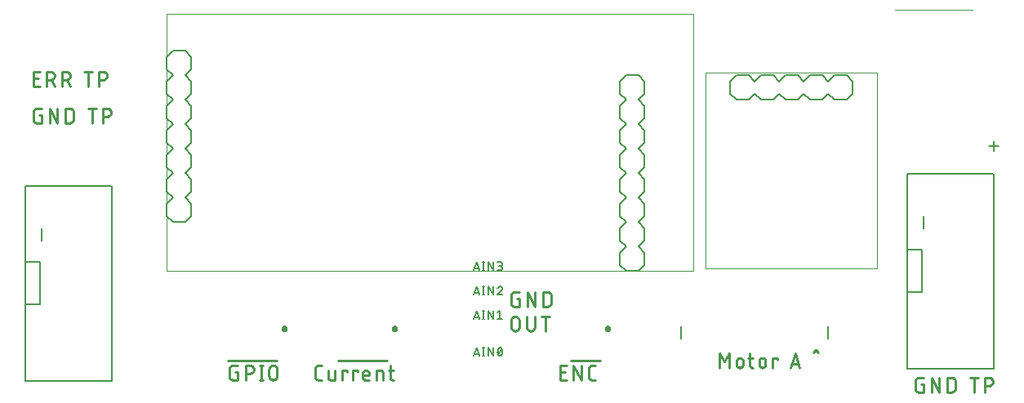
<source format=gto>
G75*
%MOIN*%
%OFA0B0*%
%FSLAX25Y25*%
%IPPOS*%
%LPD*%
%AMOC8*
5,1,8,0,0,1.08239X$1,22.5*
%
%ADD10C,0.01100*%
%ADD11C,0.00600*%
%ADD12C,0.00800*%
%ADD13C,0.01000*%
%ADD14C,0.01600*%
%ADD15C,0.00001*%
%ADD16C,0.00500*%
D10*
X0091550Y0014111D02*
X0091550Y0017389D01*
X0091552Y0017460D01*
X0091558Y0017531D01*
X0091567Y0017601D01*
X0091581Y0017671D01*
X0091598Y0017740D01*
X0091619Y0017808D01*
X0091643Y0017874D01*
X0091671Y0017939D01*
X0091703Y0018003D01*
X0091738Y0018065D01*
X0091776Y0018125D01*
X0091817Y0018182D01*
X0091862Y0018238D01*
X0091909Y0018291D01*
X0091959Y0018341D01*
X0092012Y0018388D01*
X0092068Y0018433D01*
X0092125Y0018474D01*
X0092185Y0018512D01*
X0092247Y0018547D01*
X0092311Y0018579D01*
X0092376Y0018607D01*
X0092442Y0018631D01*
X0092510Y0018652D01*
X0092579Y0018669D01*
X0092649Y0018683D01*
X0092719Y0018692D01*
X0092790Y0018698D01*
X0092861Y0018700D01*
X0094828Y0018700D01*
X0098240Y0018700D02*
X0099878Y0018700D01*
X0098240Y0018700D02*
X0098240Y0012800D01*
X0094828Y0012800D02*
X0092861Y0012800D01*
X0092790Y0012802D01*
X0092719Y0012808D01*
X0092649Y0012817D01*
X0092579Y0012831D01*
X0092510Y0012848D01*
X0092442Y0012869D01*
X0092376Y0012893D01*
X0092311Y0012921D01*
X0092247Y0012953D01*
X0092185Y0012988D01*
X0092125Y0013026D01*
X0092068Y0013067D01*
X0092012Y0013112D01*
X0091959Y0013159D01*
X0091909Y0013209D01*
X0091862Y0013262D01*
X0091817Y0013318D01*
X0091776Y0013375D01*
X0091738Y0013435D01*
X0091703Y0013497D01*
X0091671Y0013561D01*
X0091643Y0013626D01*
X0091619Y0013692D01*
X0091598Y0013760D01*
X0091581Y0013829D01*
X0091567Y0013899D01*
X0091558Y0013969D01*
X0091552Y0014040D01*
X0091550Y0014111D01*
X0093844Y0016078D02*
X0094828Y0016078D01*
X0094828Y0012800D01*
X0098240Y0015422D02*
X0099878Y0015422D01*
X0099957Y0015424D01*
X0100036Y0015430D01*
X0100115Y0015439D01*
X0100193Y0015453D01*
X0100270Y0015470D01*
X0100347Y0015490D01*
X0100422Y0015515D01*
X0100496Y0015543D01*
X0100569Y0015575D01*
X0100640Y0015610D01*
X0100709Y0015648D01*
X0100776Y0015690D01*
X0100841Y0015735D01*
X0100904Y0015783D01*
X0100965Y0015834D01*
X0101023Y0015888D01*
X0101078Y0015945D01*
X0101131Y0016004D01*
X0101180Y0016066D01*
X0101227Y0016130D01*
X0101270Y0016196D01*
X0101310Y0016264D01*
X0101347Y0016335D01*
X0101381Y0016406D01*
X0101410Y0016480D01*
X0101437Y0016555D01*
X0101459Y0016630D01*
X0101478Y0016707D01*
X0101494Y0016785D01*
X0101505Y0016863D01*
X0101513Y0016942D01*
X0101517Y0017021D01*
X0101517Y0017101D01*
X0101513Y0017180D01*
X0101505Y0017259D01*
X0101494Y0017337D01*
X0101478Y0017415D01*
X0101459Y0017492D01*
X0101437Y0017567D01*
X0101410Y0017642D01*
X0101381Y0017716D01*
X0101347Y0017787D01*
X0101310Y0017858D01*
X0101270Y0017926D01*
X0101227Y0017992D01*
X0101180Y0018056D01*
X0101131Y0018118D01*
X0101078Y0018177D01*
X0101023Y0018234D01*
X0100965Y0018288D01*
X0100904Y0018339D01*
X0100841Y0018387D01*
X0100776Y0018432D01*
X0100709Y0018474D01*
X0100640Y0018512D01*
X0100569Y0018547D01*
X0100496Y0018579D01*
X0100422Y0018607D01*
X0100347Y0018632D01*
X0100270Y0018652D01*
X0100193Y0018669D01*
X0100115Y0018683D01*
X0100036Y0018692D01*
X0099957Y0018698D01*
X0099878Y0018700D01*
X0103816Y0018700D02*
X0105127Y0018700D01*
X0104471Y0018700D02*
X0104471Y0012800D01*
X0103816Y0012800D02*
X0105127Y0012800D01*
X0107756Y0014439D02*
X0107756Y0017061D01*
X0107755Y0017061D02*
X0107757Y0017140D01*
X0107763Y0017219D01*
X0107772Y0017298D01*
X0107786Y0017376D01*
X0107803Y0017453D01*
X0107823Y0017530D01*
X0107848Y0017605D01*
X0107876Y0017679D01*
X0107908Y0017752D01*
X0107943Y0017823D01*
X0107981Y0017892D01*
X0108023Y0017959D01*
X0108068Y0018024D01*
X0108116Y0018087D01*
X0108167Y0018148D01*
X0108221Y0018206D01*
X0108278Y0018261D01*
X0108337Y0018314D01*
X0108399Y0018363D01*
X0108463Y0018410D01*
X0108529Y0018453D01*
X0108597Y0018493D01*
X0108668Y0018530D01*
X0108739Y0018564D01*
X0108813Y0018593D01*
X0108888Y0018620D01*
X0108963Y0018642D01*
X0109040Y0018661D01*
X0109118Y0018677D01*
X0109196Y0018688D01*
X0109275Y0018696D01*
X0109354Y0018700D01*
X0109434Y0018700D01*
X0109513Y0018696D01*
X0109592Y0018688D01*
X0109670Y0018677D01*
X0109748Y0018661D01*
X0109825Y0018642D01*
X0109900Y0018620D01*
X0109975Y0018593D01*
X0110049Y0018564D01*
X0110120Y0018530D01*
X0110191Y0018493D01*
X0110259Y0018453D01*
X0110325Y0018410D01*
X0110389Y0018363D01*
X0110451Y0018314D01*
X0110510Y0018261D01*
X0110567Y0018206D01*
X0110621Y0018148D01*
X0110672Y0018087D01*
X0110720Y0018024D01*
X0110765Y0017959D01*
X0110807Y0017892D01*
X0110845Y0017823D01*
X0110880Y0017752D01*
X0110912Y0017679D01*
X0110940Y0017605D01*
X0110965Y0017530D01*
X0110985Y0017453D01*
X0111002Y0017376D01*
X0111016Y0017298D01*
X0111025Y0017219D01*
X0111031Y0017140D01*
X0111033Y0017061D01*
X0111033Y0014439D01*
X0111031Y0014360D01*
X0111025Y0014281D01*
X0111016Y0014202D01*
X0111002Y0014124D01*
X0110985Y0014047D01*
X0110965Y0013970D01*
X0110940Y0013895D01*
X0110912Y0013821D01*
X0110880Y0013748D01*
X0110845Y0013677D01*
X0110807Y0013608D01*
X0110765Y0013541D01*
X0110720Y0013476D01*
X0110672Y0013413D01*
X0110621Y0013352D01*
X0110567Y0013294D01*
X0110510Y0013239D01*
X0110451Y0013186D01*
X0110389Y0013137D01*
X0110325Y0013090D01*
X0110259Y0013047D01*
X0110191Y0013007D01*
X0110120Y0012970D01*
X0110049Y0012936D01*
X0109975Y0012907D01*
X0109900Y0012880D01*
X0109825Y0012858D01*
X0109748Y0012839D01*
X0109670Y0012823D01*
X0109592Y0012812D01*
X0109513Y0012804D01*
X0109434Y0012800D01*
X0109354Y0012800D01*
X0109275Y0012804D01*
X0109196Y0012812D01*
X0109118Y0012823D01*
X0109040Y0012839D01*
X0108963Y0012858D01*
X0108888Y0012880D01*
X0108813Y0012907D01*
X0108739Y0012936D01*
X0108668Y0012970D01*
X0108597Y0013007D01*
X0108529Y0013047D01*
X0108463Y0013090D01*
X0108399Y0013137D01*
X0108337Y0013186D01*
X0108278Y0013239D01*
X0108221Y0013294D01*
X0108167Y0013352D01*
X0108116Y0013413D01*
X0108068Y0013476D01*
X0108023Y0013541D01*
X0107981Y0013608D01*
X0107943Y0013677D01*
X0107908Y0013748D01*
X0107876Y0013821D01*
X0107848Y0013895D01*
X0107823Y0013970D01*
X0107803Y0014047D01*
X0107786Y0014124D01*
X0107772Y0014202D01*
X0107763Y0014281D01*
X0107757Y0014360D01*
X0107755Y0014439D01*
X0126550Y0014111D02*
X0126550Y0017389D01*
X0126552Y0017460D01*
X0126558Y0017531D01*
X0126567Y0017601D01*
X0126581Y0017671D01*
X0126598Y0017740D01*
X0126619Y0017808D01*
X0126643Y0017874D01*
X0126671Y0017939D01*
X0126703Y0018003D01*
X0126738Y0018065D01*
X0126776Y0018125D01*
X0126817Y0018182D01*
X0126862Y0018238D01*
X0126909Y0018291D01*
X0126959Y0018341D01*
X0127012Y0018388D01*
X0127068Y0018433D01*
X0127125Y0018474D01*
X0127185Y0018512D01*
X0127247Y0018547D01*
X0127311Y0018579D01*
X0127376Y0018607D01*
X0127442Y0018631D01*
X0127510Y0018652D01*
X0127579Y0018669D01*
X0127649Y0018683D01*
X0127719Y0018692D01*
X0127790Y0018698D01*
X0127861Y0018700D01*
X0129172Y0018700D01*
X0131824Y0016733D02*
X0131824Y0013783D01*
X0131825Y0013783D02*
X0131827Y0013721D01*
X0131833Y0013660D01*
X0131842Y0013599D01*
X0131856Y0013539D01*
X0131873Y0013479D01*
X0131894Y0013421D01*
X0131919Y0013364D01*
X0131947Y0013309D01*
X0131978Y0013256D01*
X0132013Y0013205D01*
X0132051Y0013156D01*
X0132091Y0013110D01*
X0132135Y0013066D01*
X0132181Y0013026D01*
X0132230Y0012988D01*
X0132281Y0012953D01*
X0132334Y0012922D01*
X0132389Y0012894D01*
X0132446Y0012869D01*
X0132504Y0012848D01*
X0132564Y0012831D01*
X0132624Y0012817D01*
X0132685Y0012808D01*
X0132746Y0012802D01*
X0132808Y0012800D01*
X0134447Y0012800D01*
X0134447Y0016733D01*
X0137619Y0016733D02*
X0139585Y0016733D01*
X0139585Y0016078D01*
X0137619Y0016733D02*
X0137619Y0012800D01*
X0141926Y0012800D02*
X0141926Y0016733D01*
X0143893Y0016733D01*
X0143893Y0016078D01*
X0145979Y0015422D02*
X0145979Y0013783D01*
X0145981Y0013721D01*
X0145987Y0013660D01*
X0145996Y0013599D01*
X0146010Y0013539D01*
X0146027Y0013479D01*
X0146048Y0013421D01*
X0146073Y0013364D01*
X0146101Y0013309D01*
X0146132Y0013256D01*
X0146167Y0013205D01*
X0146205Y0013156D01*
X0146245Y0013110D01*
X0146289Y0013066D01*
X0146335Y0013026D01*
X0146384Y0012988D01*
X0146435Y0012953D01*
X0146488Y0012922D01*
X0146543Y0012894D01*
X0146600Y0012869D01*
X0146658Y0012848D01*
X0146718Y0012831D01*
X0146778Y0012817D01*
X0146839Y0012808D01*
X0146900Y0012802D01*
X0146962Y0012800D01*
X0148601Y0012800D01*
X0148601Y0014767D02*
X0145979Y0014767D01*
X0145979Y0015422D02*
X0145981Y0015493D01*
X0145987Y0015564D01*
X0145996Y0015634D01*
X0146010Y0015704D01*
X0146027Y0015773D01*
X0146048Y0015841D01*
X0146072Y0015907D01*
X0146100Y0015972D01*
X0146132Y0016036D01*
X0146167Y0016098D01*
X0146205Y0016158D01*
X0146246Y0016215D01*
X0146291Y0016271D01*
X0146338Y0016324D01*
X0146388Y0016374D01*
X0146441Y0016421D01*
X0146497Y0016466D01*
X0146554Y0016507D01*
X0146614Y0016545D01*
X0146676Y0016580D01*
X0146740Y0016612D01*
X0146805Y0016640D01*
X0146871Y0016664D01*
X0146939Y0016685D01*
X0147008Y0016702D01*
X0147078Y0016716D01*
X0147148Y0016725D01*
X0147219Y0016731D01*
X0147290Y0016733D01*
X0147361Y0016731D01*
X0147432Y0016725D01*
X0147502Y0016716D01*
X0147572Y0016702D01*
X0147641Y0016685D01*
X0147709Y0016664D01*
X0147775Y0016640D01*
X0147840Y0016612D01*
X0147904Y0016580D01*
X0147966Y0016545D01*
X0148026Y0016507D01*
X0148083Y0016466D01*
X0148139Y0016421D01*
X0148192Y0016374D01*
X0148242Y0016324D01*
X0148289Y0016271D01*
X0148334Y0016215D01*
X0148375Y0016158D01*
X0148413Y0016098D01*
X0148448Y0016036D01*
X0148480Y0015972D01*
X0148508Y0015907D01*
X0148532Y0015841D01*
X0148553Y0015773D01*
X0148570Y0015704D01*
X0148584Y0015634D01*
X0148593Y0015564D01*
X0148599Y0015493D01*
X0148601Y0015422D01*
X0148601Y0014767D01*
X0151517Y0016733D02*
X0151517Y0012800D01*
X0154140Y0012800D02*
X0154140Y0015750D01*
X0154139Y0015750D02*
X0154137Y0015812D01*
X0154131Y0015873D01*
X0154122Y0015934D01*
X0154108Y0015994D01*
X0154091Y0016054D01*
X0154070Y0016112D01*
X0154045Y0016169D01*
X0154017Y0016224D01*
X0153986Y0016277D01*
X0153951Y0016328D01*
X0153913Y0016377D01*
X0153873Y0016423D01*
X0153829Y0016467D01*
X0153783Y0016507D01*
X0153734Y0016545D01*
X0153683Y0016580D01*
X0153630Y0016611D01*
X0153575Y0016639D01*
X0153518Y0016664D01*
X0153460Y0016685D01*
X0153400Y0016702D01*
X0153340Y0016716D01*
X0153279Y0016725D01*
X0153218Y0016731D01*
X0153156Y0016733D01*
X0151517Y0016733D01*
X0156494Y0016733D02*
X0158461Y0016733D01*
X0157150Y0018700D02*
X0157150Y0013783D01*
X0157152Y0013721D01*
X0157158Y0013660D01*
X0157167Y0013599D01*
X0157181Y0013539D01*
X0157198Y0013479D01*
X0157219Y0013421D01*
X0157244Y0013364D01*
X0157272Y0013309D01*
X0157303Y0013256D01*
X0157338Y0013205D01*
X0157376Y0013156D01*
X0157416Y0013110D01*
X0157460Y0013066D01*
X0157506Y0013026D01*
X0157555Y0012988D01*
X0157606Y0012953D01*
X0157659Y0012922D01*
X0157714Y0012894D01*
X0157771Y0012869D01*
X0157829Y0012848D01*
X0157889Y0012831D01*
X0157949Y0012817D01*
X0158010Y0012808D01*
X0158071Y0012802D01*
X0158133Y0012800D01*
X0158461Y0012800D01*
X0129172Y0012800D02*
X0127861Y0012800D01*
X0127790Y0012802D01*
X0127719Y0012808D01*
X0127649Y0012817D01*
X0127579Y0012831D01*
X0127510Y0012848D01*
X0127442Y0012869D01*
X0127376Y0012893D01*
X0127311Y0012921D01*
X0127247Y0012953D01*
X0127185Y0012988D01*
X0127125Y0013026D01*
X0127068Y0013067D01*
X0127012Y0013112D01*
X0126959Y0013159D01*
X0126909Y0013209D01*
X0126862Y0013262D01*
X0126817Y0013318D01*
X0126776Y0013375D01*
X0126738Y0013435D01*
X0126703Y0013497D01*
X0126671Y0013561D01*
X0126643Y0013626D01*
X0126619Y0013692D01*
X0126598Y0013760D01*
X0126581Y0013829D01*
X0126567Y0013899D01*
X0126558Y0013969D01*
X0126552Y0014040D01*
X0126550Y0014111D01*
X0206550Y0034439D02*
X0206550Y0037061D01*
X0206552Y0037140D01*
X0206558Y0037219D01*
X0206567Y0037298D01*
X0206581Y0037376D01*
X0206598Y0037453D01*
X0206618Y0037530D01*
X0206643Y0037605D01*
X0206671Y0037679D01*
X0206703Y0037752D01*
X0206738Y0037823D01*
X0206776Y0037892D01*
X0206818Y0037959D01*
X0206863Y0038024D01*
X0206911Y0038087D01*
X0206962Y0038148D01*
X0207016Y0038206D01*
X0207073Y0038261D01*
X0207132Y0038314D01*
X0207194Y0038363D01*
X0207258Y0038410D01*
X0207324Y0038453D01*
X0207392Y0038493D01*
X0207463Y0038530D01*
X0207534Y0038564D01*
X0207608Y0038593D01*
X0207683Y0038620D01*
X0207758Y0038642D01*
X0207835Y0038661D01*
X0207913Y0038677D01*
X0207991Y0038688D01*
X0208070Y0038696D01*
X0208149Y0038700D01*
X0208229Y0038700D01*
X0208308Y0038696D01*
X0208387Y0038688D01*
X0208465Y0038677D01*
X0208543Y0038661D01*
X0208620Y0038642D01*
X0208695Y0038620D01*
X0208770Y0038593D01*
X0208844Y0038564D01*
X0208915Y0038530D01*
X0208986Y0038493D01*
X0209054Y0038453D01*
X0209120Y0038410D01*
X0209184Y0038363D01*
X0209246Y0038314D01*
X0209305Y0038261D01*
X0209362Y0038206D01*
X0209416Y0038148D01*
X0209467Y0038087D01*
X0209515Y0038024D01*
X0209560Y0037959D01*
X0209602Y0037892D01*
X0209640Y0037823D01*
X0209675Y0037752D01*
X0209707Y0037679D01*
X0209735Y0037605D01*
X0209760Y0037530D01*
X0209780Y0037453D01*
X0209797Y0037376D01*
X0209811Y0037298D01*
X0209820Y0037219D01*
X0209826Y0037140D01*
X0209828Y0037061D01*
X0209828Y0034439D01*
X0209826Y0034360D01*
X0209820Y0034281D01*
X0209811Y0034202D01*
X0209797Y0034124D01*
X0209780Y0034047D01*
X0209760Y0033970D01*
X0209735Y0033895D01*
X0209707Y0033821D01*
X0209675Y0033748D01*
X0209640Y0033677D01*
X0209602Y0033608D01*
X0209560Y0033541D01*
X0209515Y0033476D01*
X0209467Y0033413D01*
X0209416Y0033352D01*
X0209362Y0033294D01*
X0209305Y0033239D01*
X0209246Y0033186D01*
X0209184Y0033137D01*
X0209120Y0033090D01*
X0209054Y0033047D01*
X0208986Y0033007D01*
X0208915Y0032970D01*
X0208844Y0032936D01*
X0208770Y0032907D01*
X0208695Y0032880D01*
X0208620Y0032858D01*
X0208543Y0032839D01*
X0208465Y0032823D01*
X0208387Y0032812D01*
X0208308Y0032804D01*
X0208229Y0032800D01*
X0208149Y0032800D01*
X0208070Y0032804D01*
X0207991Y0032812D01*
X0207913Y0032823D01*
X0207835Y0032839D01*
X0207758Y0032858D01*
X0207683Y0032880D01*
X0207608Y0032907D01*
X0207534Y0032936D01*
X0207463Y0032970D01*
X0207392Y0033007D01*
X0207324Y0033047D01*
X0207258Y0033090D01*
X0207194Y0033137D01*
X0207132Y0033186D01*
X0207073Y0033239D01*
X0207016Y0033294D01*
X0206962Y0033352D01*
X0206911Y0033413D01*
X0206863Y0033476D01*
X0206818Y0033541D01*
X0206776Y0033608D01*
X0206738Y0033677D01*
X0206703Y0033748D01*
X0206671Y0033821D01*
X0206643Y0033895D01*
X0206618Y0033970D01*
X0206598Y0034047D01*
X0206581Y0034124D01*
X0206567Y0034202D01*
X0206558Y0034281D01*
X0206552Y0034360D01*
X0206550Y0034439D01*
X0212909Y0034439D02*
X0212909Y0038700D01*
X0216187Y0038700D02*
X0216187Y0034439D01*
X0216185Y0034360D01*
X0216179Y0034281D01*
X0216170Y0034202D01*
X0216156Y0034124D01*
X0216139Y0034047D01*
X0216119Y0033970D01*
X0216094Y0033895D01*
X0216066Y0033821D01*
X0216034Y0033748D01*
X0215999Y0033677D01*
X0215961Y0033608D01*
X0215919Y0033541D01*
X0215874Y0033476D01*
X0215826Y0033413D01*
X0215775Y0033352D01*
X0215721Y0033294D01*
X0215664Y0033239D01*
X0215605Y0033186D01*
X0215543Y0033137D01*
X0215479Y0033090D01*
X0215413Y0033047D01*
X0215345Y0033007D01*
X0215274Y0032970D01*
X0215203Y0032936D01*
X0215129Y0032907D01*
X0215054Y0032880D01*
X0214979Y0032858D01*
X0214902Y0032839D01*
X0214824Y0032823D01*
X0214746Y0032812D01*
X0214667Y0032804D01*
X0214588Y0032800D01*
X0214508Y0032800D01*
X0214429Y0032804D01*
X0214350Y0032812D01*
X0214272Y0032823D01*
X0214194Y0032839D01*
X0214117Y0032858D01*
X0214042Y0032880D01*
X0213967Y0032907D01*
X0213893Y0032936D01*
X0213822Y0032970D01*
X0213751Y0033007D01*
X0213683Y0033047D01*
X0213617Y0033090D01*
X0213553Y0033137D01*
X0213491Y0033186D01*
X0213432Y0033239D01*
X0213375Y0033294D01*
X0213321Y0033352D01*
X0213270Y0033413D01*
X0213222Y0033476D01*
X0213177Y0033541D01*
X0213135Y0033608D01*
X0213097Y0033677D01*
X0213062Y0033748D01*
X0213030Y0033821D01*
X0213002Y0033895D01*
X0212977Y0033970D01*
X0212957Y0034047D01*
X0212940Y0034124D01*
X0212926Y0034202D01*
X0212917Y0034281D01*
X0212911Y0034360D01*
X0212909Y0034439D01*
X0218858Y0038700D02*
X0222136Y0038700D01*
X0220497Y0038700D02*
X0220497Y0032800D01*
X0221317Y0042800D02*
X0219679Y0042800D01*
X0219679Y0048700D01*
X0221317Y0048700D01*
X0221395Y0048698D01*
X0221473Y0048693D01*
X0221550Y0048683D01*
X0221627Y0048670D01*
X0221703Y0048654D01*
X0221779Y0048634D01*
X0221853Y0048610D01*
X0221926Y0048583D01*
X0221998Y0048552D01*
X0222068Y0048518D01*
X0222137Y0048480D01*
X0222203Y0048440D01*
X0222268Y0048396D01*
X0222330Y0048349D01*
X0222390Y0048300D01*
X0222448Y0048247D01*
X0222503Y0048192D01*
X0222556Y0048134D01*
X0222605Y0048074D01*
X0222652Y0048012D01*
X0222696Y0047947D01*
X0222736Y0047881D01*
X0222774Y0047812D01*
X0222808Y0047742D01*
X0222839Y0047670D01*
X0222866Y0047597D01*
X0222890Y0047523D01*
X0222910Y0047447D01*
X0222926Y0047371D01*
X0222939Y0047294D01*
X0222949Y0047217D01*
X0222954Y0047139D01*
X0222956Y0047061D01*
X0222956Y0044439D01*
X0222954Y0044361D01*
X0222949Y0044283D01*
X0222939Y0044206D01*
X0222926Y0044129D01*
X0222910Y0044053D01*
X0222890Y0043977D01*
X0222866Y0043903D01*
X0222839Y0043830D01*
X0222808Y0043758D01*
X0222774Y0043688D01*
X0222736Y0043620D01*
X0222696Y0043553D01*
X0222652Y0043488D01*
X0222605Y0043426D01*
X0222556Y0043366D01*
X0222503Y0043308D01*
X0222448Y0043253D01*
X0222390Y0043200D01*
X0222330Y0043151D01*
X0222268Y0043104D01*
X0222203Y0043060D01*
X0222137Y0043020D01*
X0222068Y0042982D01*
X0221998Y0042948D01*
X0221926Y0042917D01*
X0221853Y0042890D01*
X0221779Y0042866D01*
X0221703Y0042846D01*
X0221627Y0042830D01*
X0221550Y0042817D01*
X0221473Y0042807D01*
X0221395Y0042802D01*
X0221317Y0042800D01*
X0216392Y0042800D02*
X0216392Y0048700D01*
X0213114Y0048700D02*
X0216392Y0042800D01*
X0213114Y0042800D02*
X0213114Y0048700D01*
X0209828Y0048700D02*
X0207861Y0048700D01*
X0207790Y0048698D01*
X0207719Y0048692D01*
X0207649Y0048683D01*
X0207579Y0048669D01*
X0207510Y0048652D01*
X0207442Y0048631D01*
X0207376Y0048607D01*
X0207311Y0048579D01*
X0207247Y0048547D01*
X0207185Y0048512D01*
X0207125Y0048474D01*
X0207068Y0048433D01*
X0207012Y0048388D01*
X0206959Y0048341D01*
X0206909Y0048291D01*
X0206862Y0048238D01*
X0206817Y0048182D01*
X0206776Y0048125D01*
X0206738Y0048065D01*
X0206703Y0048003D01*
X0206671Y0047939D01*
X0206643Y0047874D01*
X0206619Y0047808D01*
X0206598Y0047740D01*
X0206581Y0047671D01*
X0206567Y0047601D01*
X0206558Y0047531D01*
X0206552Y0047460D01*
X0206550Y0047389D01*
X0206550Y0044111D01*
X0206552Y0044040D01*
X0206558Y0043969D01*
X0206567Y0043899D01*
X0206581Y0043829D01*
X0206598Y0043760D01*
X0206619Y0043692D01*
X0206643Y0043626D01*
X0206671Y0043561D01*
X0206703Y0043497D01*
X0206738Y0043435D01*
X0206776Y0043375D01*
X0206817Y0043318D01*
X0206862Y0043262D01*
X0206909Y0043209D01*
X0206959Y0043159D01*
X0207012Y0043112D01*
X0207068Y0043067D01*
X0207125Y0043026D01*
X0207185Y0042988D01*
X0207247Y0042953D01*
X0207311Y0042921D01*
X0207376Y0042893D01*
X0207442Y0042869D01*
X0207510Y0042848D01*
X0207579Y0042831D01*
X0207649Y0042817D01*
X0207719Y0042808D01*
X0207790Y0042802D01*
X0207861Y0042800D01*
X0209828Y0042800D01*
X0209828Y0046078D01*
X0208844Y0046078D01*
X0226550Y0018700D02*
X0229172Y0018700D01*
X0226550Y0018700D02*
X0226550Y0012800D01*
X0229172Y0012800D01*
X0231866Y0012800D02*
X0231866Y0018700D01*
X0235144Y0012800D01*
X0235144Y0018700D01*
X0238202Y0017389D02*
X0238202Y0014111D01*
X0238204Y0014040D01*
X0238210Y0013969D01*
X0238219Y0013899D01*
X0238233Y0013829D01*
X0238250Y0013760D01*
X0238271Y0013692D01*
X0238295Y0013626D01*
X0238323Y0013561D01*
X0238355Y0013497D01*
X0238390Y0013435D01*
X0238428Y0013375D01*
X0238469Y0013318D01*
X0238514Y0013262D01*
X0238561Y0013209D01*
X0238611Y0013159D01*
X0238664Y0013112D01*
X0238720Y0013067D01*
X0238777Y0013026D01*
X0238837Y0012988D01*
X0238899Y0012953D01*
X0238963Y0012921D01*
X0239028Y0012893D01*
X0239094Y0012869D01*
X0239162Y0012848D01*
X0239231Y0012831D01*
X0239301Y0012817D01*
X0239371Y0012808D01*
X0239442Y0012802D01*
X0239513Y0012800D01*
X0240824Y0012800D01*
X0238202Y0017389D02*
X0238204Y0017460D01*
X0238210Y0017531D01*
X0238219Y0017601D01*
X0238233Y0017671D01*
X0238250Y0017740D01*
X0238271Y0017808D01*
X0238295Y0017874D01*
X0238323Y0017939D01*
X0238355Y0018003D01*
X0238390Y0018065D01*
X0238428Y0018125D01*
X0238469Y0018182D01*
X0238514Y0018238D01*
X0238561Y0018291D01*
X0238611Y0018341D01*
X0238664Y0018388D01*
X0238720Y0018433D01*
X0238777Y0018474D01*
X0238837Y0018512D01*
X0238899Y0018547D01*
X0238963Y0018579D01*
X0239028Y0018607D01*
X0239094Y0018631D01*
X0239162Y0018652D01*
X0239231Y0018669D01*
X0239301Y0018683D01*
X0239371Y0018692D01*
X0239442Y0018698D01*
X0239513Y0018700D01*
X0240824Y0018700D01*
X0228517Y0016078D02*
X0226550Y0016078D01*
X0291550Y0017800D02*
X0291550Y0023700D01*
X0293517Y0020422D01*
X0295483Y0023700D01*
X0295483Y0017800D01*
X0298565Y0019111D02*
X0298565Y0020422D01*
X0298567Y0020493D01*
X0298573Y0020564D01*
X0298582Y0020634D01*
X0298596Y0020704D01*
X0298613Y0020773D01*
X0298634Y0020841D01*
X0298658Y0020907D01*
X0298686Y0020972D01*
X0298718Y0021036D01*
X0298753Y0021098D01*
X0298791Y0021158D01*
X0298832Y0021215D01*
X0298877Y0021271D01*
X0298924Y0021324D01*
X0298974Y0021374D01*
X0299027Y0021421D01*
X0299083Y0021466D01*
X0299140Y0021507D01*
X0299200Y0021545D01*
X0299262Y0021580D01*
X0299326Y0021612D01*
X0299391Y0021640D01*
X0299457Y0021664D01*
X0299525Y0021685D01*
X0299594Y0021702D01*
X0299664Y0021716D01*
X0299734Y0021725D01*
X0299805Y0021731D01*
X0299876Y0021733D01*
X0299947Y0021731D01*
X0300018Y0021725D01*
X0300088Y0021716D01*
X0300158Y0021702D01*
X0300227Y0021685D01*
X0300295Y0021664D01*
X0300361Y0021640D01*
X0300426Y0021612D01*
X0300490Y0021580D01*
X0300552Y0021545D01*
X0300612Y0021507D01*
X0300669Y0021466D01*
X0300725Y0021421D01*
X0300778Y0021374D01*
X0300828Y0021324D01*
X0300875Y0021271D01*
X0300920Y0021215D01*
X0300961Y0021158D01*
X0300999Y0021098D01*
X0301034Y0021036D01*
X0301066Y0020972D01*
X0301094Y0020907D01*
X0301118Y0020841D01*
X0301139Y0020773D01*
X0301156Y0020704D01*
X0301170Y0020634D01*
X0301179Y0020564D01*
X0301185Y0020493D01*
X0301187Y0020422D01*
X0301187Y0019111D01*
X0301185Y0019040D01*
X0301179Y0018969D01*
X0301170Y0018899D01*
X0301156Y0018829D01*
X0301139Y0018760D01*
X0301118Y0018692D01*
X0301094Y0018626D01*
X0301066Y0018561D01*
X0301034Y0018497D01*
X0300999Y0018435D01*
X0300961Y0018375D01*
X0300920Y0018318D01*
X0300875Y0018262D01*
X0300828Y0018209D01*
X0300778Y0018159D01*
X0300725Y0018112D01*
X0300669Y0018067D01*
X0300612Y0018026D01*
X0300552Y0017988D01*
X0300490Y0017953D01*
X0300426Y0017921D01*
X0300361Y0017893D01*
X0300295Y0017869D01*
X0300227Y0017848D01*
X0300158Y0017831D01*
X0300088Y0017817D01*
X0300018Y0017808D01*
X0299947Y0017802D01*
X0299876Y0017800D01*
X0299805Y0017802D01*
X0299734Y0017808D01*
X0299664Y0017817D01*
X0299594Y0017831D01*
X0299525Y0017848D01*
X0299457Y0017869D01*
X0299391Y0017893D01*
X0299326Y0017921D01*
X0299262Y0017953D01*
X0299200Y0017988D01*
X0299140Y0018026D01*
X0299083Y0018067D01*
X0299027Y0018112D01*
X0298974Y0018159D01*
X0298924Y0018209D01*
X0298877Y0018262D01*
X0298832Y0018318D01*
X0298791Y0018375D01*
X0298753Y0018435D01*
X0298718Y0018497D01*
X0298686Y0018561D01*
X0298658Y0018626D01*
X0298634Y0018692D01*
X0298613Y0018760D01*
X0298596Y0018829D01*
X0298582Y0018899D01*
X0298573Y0018969D01*
X0298567Y0019040D01*
X0298565Y0019111D01*
X0303992Y0018783D02*
X0303992Y0023700D01*
X0303336Y0021733D02*
X0305303Y0021733D01*
X0307796Y0020422D02*
X0307796Y0019111D01*
X0307798Y0019040D01*
X0307804Y0018969D01*
X0307813Y0018899D01*
X0307827Y0018829D01*
X0307844Y0018760D01*
X0307865Y0018692D01*
X0307889Y0018626D01*
X0307917Y0018561D01*
X0307949Y0018497D01*
X0307984Y0018435D01*
X0308022Y0018375D01*
X0308063Y0018318D01*
X0308108Y0018262D01*
X0308155Y0018209D01*
X0308205Y0018159D01*
X0308258Y0018112D01*
X0308314Y0018067D01*
X0308371Y0018026D01*
X0308431Y0017988D01*
X0308493Y0017953D01*
X0308557Y0017921D01*
X0308622Y0017893D01*
X0308688Y0017869D01*
X0308756Y0017848D01*
X0308825Y0017831D01*
X0308895Y0017817D01*
X0308965Y0017808D01*
X0309036Y0017802D01*
X0309107Y0017800D01*
X0309178Y0017802D01*
X0309249Y0017808D01*
X0309319Y0017817D01*
X0309389Y0017831D01*
X0309458Y0017848D01*
X0309526Y0017869D01*
X0309592Y0017893D01*
X0309657Y0017921D01*
X0309721Y0017953D01*
X0309783Y0017988D01*
X0309843Y0018026D01*
X0309900Y0018067D01*
X0309956Y0018112D01*
X0310009Y0018159D01*
X0310059Y0018209D01*
X0310106Y0018262D01*
X0310151Y0018318D01*
X0310192Y0018375D01*
X0310230Y0018435D01*
X0310265Y0018497D01*
X0310297Y0018561D01*
X0310325Y0018626D01*
X0310349Y0018692D01*
X0310370Y0018760D01*
X0310387Y0018829D01*
X0310401Y0018899D01*
X0310410Y0018969D01*
X0310416Y0019040D01*
X0310418Y0019111D01*
X0310418Y0020422D01*
X0310416Y0020493D01*
X0310410Y0020564D01*
X0310401Y0020634D01*
X0310387Y0020704D01*
X0310370Y0020773D01*
X0310349Y0020841D01*
X0310325Y0020907D01*
X0310297Y0020972D01*
X0310265Y0021036D01*
X0310230Y0021098D01*
X0310192Y0021158D01*
X0310151Y0021215D01*
X0310106Y0021271D01*
X0310059Y0021324D01*
X0310009Y0021374D01*
X0309956Y0021421D01*
X0309900Y0021466D01*
X0309843Y0021507D01*
X0309783Y0021545D01*
X0309721Y0021580D01*
X0309657Y0021612D01*
X0309592Y0021640D01*
X0309526Y0021664D01*
X0309458Y0021685D01*
X0309389Y0021702D01*
X0309319Y0021716D01*
X0309249Y0021725D01*
X0309178Y0021731D01*
X0309107Y0021733D01*
X0309036Y0021731D01*
X0308965Y0021725D01*
X0308895Y0021716D01*
X0308825Y0021702D01*
X0308756Y0021685D01*
X0308688Y0021664D01*
X0308622Y0021640D01*
X0308557Y0021612D01*
X0308493Y0021580D01*
X0308431Y0021545D01*
X0308371Y0021507D01*
X0308314Y0021466D01*
X0308258Y0021421D01*
X0308205Y0021374D01*
X0308155Y0021324D01*
X0308108Y0021271D01*
X0308063Y0021215D01*
X0308022Y0021158D01*
X0307984Y0021098D01*
X0307949Y0021036D01*
X0307917Y0020972D01*
X0307889Y0020907D01*
X0307865Y0020841D01*
X0307844Y0020773D01*
X0307827Y0020704D01*
X0307813Y0020634D01*
X0307804Y0020564D01*
X0307798Y0020493D01*
X0307796Y0020422D01*
X0304975Y0017800D02*
X0304913Y0017802D01*
X0304852Y0017808D01*
X0304791Y0017817D01*
X0304731Y0017831D01*
X0304671Y0017848D01*
X0304613Y0017869D01*
X0304556Y0017894D01*
X0304501Y0017922D01*
X0304448Y0017953D01*
X0304397Y0017988D01*
X0304348Y0018026D01*
X0304302Y0018066D01*
X0304258Y0018110D01*
X0304218Y0018156D01*
X0304180Y0018205D01*
X0304145Y0018256D01*
X0304114Y0018309D01*
X0304086Y0018364D01*
X0304061Y0018421D01*
X0304040Y0018479D01*
X0304023Y0018539D01*
X0304009Y0018599D01*
X0304000Y0018660D01*
X0303994Y0018721D01*
X0303992Y0018783D01*
X0304975Y0017800D02*
X0305303Y0017800D01*
X0313385Y0017800D02*
X0313385Y0021733D01*
X0315351Y0021733D01*
X0315351Y0021078D01*
X0320966Y0019275D02*
X0323916Y0019275D01*
X0324407Y0017800D02*
X0322441Y0023700D01*
X0320474Y0017800D01*
X0329868Y0023864D02*
X0330851Y0024847D01*
X0331834Y0023864D01*
X0371550Y0012389D02*
X0371550Y0009111D01*
X0371552Y0009040D01*
X0371558Y0008969D01*
X0371567Y0008899D01*
X0371581Y0008829D01*
X0371598Y0008760D01*
X0371619Y0008692D01*
X0371643Y0008626D01*
X0371671Y0008561D01*
X0371703Y0008497D01*
X0371738Y0008435D01*
X0371776Y0008375D01*
X0371817Y0008318D01*
X0371862Y0008262D01*
X0371909Y0008209D01*
X0371959Y0008159D01*
X0372012Y0008112D01*
X0372068Y0008067D01*
X0372125Y0008026D01*
X0372185Y0007988D01*
X0372247Y0007953D01*
X0372311Y0007921D01*
X0372376Y0007893D01*
X0372442Y0007869D01*
X0372510Y0007848D01*
X0372579Y0007831D01*
X0372649Y0007817D01*
X0372719Y0007808D01*
X0372790Y0007802D01*
X0372861Y0007800D01*
X0374828Y0007800D01*
X0374828Y0011078D01*
X0373844Y0011078D01*
X0371550Y0012389D02*
X0371552Y0012460D01*
X0371558Y0012531D01*
X0371567Y0012601D01*
X0371581Y0012671D01*
X0371598Y0012740D01*
X0371619Y0012808D01*
X0371643Y0012874D01*
X0371671Y0012939D01*
X0371703Y0013003D01*
X0371738Y0013065D01*
X0371776Y0013125D01*
X0371817Y0013182D01*
X0371862Y0013238D01*
X0371909Y0013291D01*
X0371959Y0013341D01*
X0372012Y0013388D01*
X0372068Y0013433D01*
X0372125Y0013474D01*
X0372185Y0013512D01*
X0372247Y0013547D01*
X0372311Y0013579D01*
X0372376Y0013607D01*
X0372442Y0013631D01*
X0372510Y0013652D01*
X0372579Y0013669D01*
X0372649Y0013683D01*
X0372719Y0013692D01*
X0372790Y0013698D01*
X0372861Y0013700D01*
X0374828Y0013700D01*
X0378114Y0013700D02*
X0381392Y0007800D01*
X0381392Y0013700D01*
X0378114Y0013700D02*
X0378114Y0007800D01*
X0384679Y0007800D02*
X0386317Y0007800D01*
X0384679Y0007800D02*
X0384679Y0013700D01*
X0386317Y0013700D01*
X0386395Y0013698D01*
X0386473Y0013693D01*
X0386550Y0013683D01*
X0386627Y0013670D01*
X0386703Y0013654D01*
X0386779Y0013634D01*
X0386853Y0013610D01*
X0386926Y0013583D01*
X0386998Y0013552D01*
X0387068Y0013518D01*
X0387137Y0013480D01*
X0387203Y0013440D01*
X0387268Y0013396D01*
X0387330Y0013349D01*
X0387390Y0013300D01*
X0387448Y0013247D01*
X0387503Y0013192D01*
X0387556Y0013134D01*
X0387605Y0013074D01*
X0387652Y0013012D01*
X0387696Y0012947D01*
X0387736Y0012881D01*
X0387774Y0012812D01*
X0387808Y0012742D01*
X0387839Y0012670D01*
X0387866Y0012597D01*
X0387890Y0012523D01*
X0387910Y0012447D01*
X0387926Y0012371D01*
X0387939Y0012294D01*
X0387949Y0012217D01*
X0387954Y0012139D01*
X0387956Y0012061D01*
X0387956Y0009439D01*
X0387954Y0009361D01*
X0387949Y0009283D01*
X0387939Y0009206D01*
X0387926Y0009129D01*
X0387910Y0009053D01*
X0387890Y0008977D01*
X0387866Y0008903D01*
X0387839Y0008830D01*
X0387808Y0008758D01*
X0387774Y0008688D01*
X0387736Y0008620D01*
X0387696Y0008553D01*
X0387652Y0008488D01*
X0387605Y0008426D01*
X0387556Y0008366D01*
X0387503Y0008308D01*
X0387448Y0008253D01*
X0387390Y0008200D01*
X0387330Y0008151D01*
X0387268Y0008104D01*
X0387203Y0008060D01*
X0387137Y0008020D01*
X0387068Y0007982D01*
X0386998Y0007948D01*
X0386926Y0007917D01*
X0386853Y0007890D01*
X0386779Y0007866D01*
X0386703Y0007846D01*
X0386627Y0007830D01*
X0386550Y0007817D01*
X0386473Y0007807D01*
X0386395Y0007802D01*
X0386317Y0007800D01*
X0395549Y0007800D02*
X0395549Y0013700D01*
X0397187Y0013700D02*
X0393910Y0013700D01*
X0399984Y0013700D02*
X0401623Y0013700D01*
X0401702Y0013698D01*
X0401781Y0013692D01*
X0401860Y0013683D01*
X0401938Y0013669D01*
X0402015Y0013652D01*
X0402092Y0013632D01*
X0402167Y0013607D01*
X0402241Y0013579D01*
X0402314Y0013547D01*
X0402385Y0013512D01*
X0402454Y0013474D01*
X0402521Y0013432D01*
X0402586Y0013387D01*
X0402649Y0013339D01*
X0402710Y0013288D01*
X0402768Y0013234D01*
X0402823Y0013177D01*
X0402876Y0013118D01*
X0402925Y0013056D01*
X0402972Y0012992D01*
X0403015Y0012926D01*
X0403055Y0012858D01*
X0403092Y0012787D01*
X0403126Y0012716D01*
X0403155Y0012642D01*
X0403182Y0012567D01*
X0403204Y0012492D01*
X0403223Y0012415D01*
X0403239Y0012337D01*
X0403250Y0012259D01*
X0403258Y0012180D01*
X0403262Y0012101D01*
X0403262Y0012021D01*
X0403258Y0011942D01*
X0403250Y0011863D01*
X0403239Y0011785D01*
X0403223Y0011707D01*
X0403204Y0011630D01*
X0403182Y0011555D01*
X0403155Y0011480D01*
X0403126Y0011406D01*
X0403092Y0011335D01*
X0403055Y0011264D01*
X0403015Y0011196D01*
X0402972Y0011130D01*
X0402925Y0011066D01*
X0402876Y0011004D01*
X0402823Y0010945D01*
X0402768Y0010888D01*
X0402710Y0010834D01*
X0402649Y0010783D01*
X0402586Y0010735D01*
X0402521Y0010690D01*
X0402454Y0010648D01*
X0402385Y0010610D01*
X0402314Y0010575D01*
X0402241Y0010543D01*
X0402167Y0010515D01*
X0402092Y0010490D01*
X0402015Y0010470D01*
X0401938Y0010453D01*
X0401860Y0010439D01*
X0401781Y0010430D01*
X0401702Y0010424D01*
X0401623Y0010422D01*
X0399984Y0010422D01*
X0399984Y0007800D02*
X0399984Y0013700D01*
X0041623Y0120422D02*
X0039984Y0120422D01*
X0041623Y0120422D02*
X0041702Y0120424D01*
X0041781Y0120430D01*
X0041860Y0120439D01*
X0041938Y0120453D01*
X0042015Y0120470D01*
X0042092Y0120490D01*
X0042167Y0120515D01*
X0042241Y0120543D01*
X0042314Y0120575D01*
X0042385Y0120610D01*
X0042454Y0120648D01*
X0042521Y0120690D01*
X0042586Y0120735D01*
X0042649Y0120783D01*
X0042710Y0120834D01*
X0042768Y0120888D01*
X0042823Y0120945D01*
X0042876Y0121004D01*
X0042925Y0121066D01*
X0042972Y0121130D01*
X0043015Y0121196D01*
X0043055Y0121264D01*
X0043092Y0121335D01*
X0043126Y0121406D01*
X0043155Y0121480D01*
X0043182Y0121555D01*
X0043204Y0121630D01*
X0043223Y0121707D01*
X0043239Y0121785D01*
X0043250Y0121863D01*
X0043258Y0121942D01*
X0043262Y0122021D01*
X0043262Y0122101D01*
X0043258Y0122180D01*
X0043250Y0122259D01*
X0043239Y0122337D01*
X0043223Y0122415D01*
X0043204Y0122492D01*
X0043182Y0122567D01*
X0043155Y0122642D01*
X0043126Y0122716D01*
X0043092Y0122787D01*
X0043055Y0122858D01*
X0043015Y0122926D01*
X0042972Y0122992D01*
X0042925Y0123056D01*
X0042876Y0123118D01*
X0042823Y0123177D01*
X0042768Y0123234D01*
X0042710Y0123288D01*
X0042649Y0123339D01*
X0042586Y0123387D01*
X0042521Y0123432D01*
X0042454Y0123474D01*
X0042385Y0123512D01*
X0042314Y0123547D01*
X0042241Y0123579D01*
X0042167Y0123607D01*
X0042092Y0123632D01*
X0042015Y0123652D01*
X0041938Y0123669D01*
X0041860Y0123683D01*
X0041781Y0123692D01*
X0041702Y0123698D01*
X0041623Y0123700D01*
X0039984Y0123700D01*
X0039984Y0117800D01*
X0035549Y0117800D02*
X0035549Y0123700D01*
X0037187Y0123700D02*
X0033910Y0123700D01*
X0027956Y0122061D02*
X0027956Y0119439D01*
X0027954Y0119361D01*
X0027949Y0119283D01*
X0027939Y0119206D01*
X0027926Y0119129D01*
X0027910Y0119053D01*
X0027890Y0118977D01*
X0027866Y0118903D01*
X0027839Y0118830D01*
X0027808Y0118758D01*
X0027774Y0118688D01*
X0027736Y0118620D01*
X0027696Y0118553D01*
X0027652Y0118488D01*
X0027605Y0118426D01*
X0027556Y0118366D01*
X0027503Y0118308D01*
X0027448Y0118253D01*
X0027390Y0118200D01*
X0027330Y0118151D01*
X0027268Y0118104D01*
X0027203Y0118060D01*
X0027137Y0118020D01*
X0027068Y0117982D01*
X0026998Y0117948D01*
X0026926Y0117917D01*
X0026853Y0117890D01*
X0026779Y0117866D01*
X0026703Y0117846D01*
X0026627Y0117830D01*
X0026550Y0117817D01*
X0026473Y0117807D01*
X0026395Y0117802D01*
X0026317Y0117800D01*
X0024679Y0117800D01*
X0024679Y0123700D01*
X0026317Y0123700D01*
X0026395Y0123698D01*
X0026473Y0123693D01*
X0026550Y0123683D01*
X0026627Y0123670D01*
X0026703Y0123654D01*
X0026779Y0123634D01*
X0026853Y0123610D01*
X0026926Y0123583D01*
X0026998Y0123552D01*
X0027068Y0123518D01*
X0027137Y0123480D01*
X0027203Y0123440D01*
X0027268Y0123396D01*
X0027330Y0123349D01*
X0027390Y0123300D01*
X0027448Y0123247D01*
X0027503Y0123192D01*
X0027556Y0123134D01*
X0027605Y0123074D01*
X0027652Y0123012D01*
X0027696Y0122947D01*
X0027736Y0122881D01*
X0027774Y0122812D01*
X0027808Y0122742D01*
X0027839Y0122670D01*
X0027866Y0122597D01*
X0027890Y0122523D01*
X0027910Y0122447D01*
X0027926Y0122371D01*
X0027939Y0122294D01*
X0027949Y0122217D01*
X0027954Y0122139D01*
X0027956Y0122061D01*
X0021392Y0123700D02*
X0021392Y0117800D01*
X0018114Y0123700D01*
X0018114Y0117800D01*
X0014828Y0117800D02*
X0012861Y0117800D01*
X0012790Y0117802D01*
X0012719Y0117808D01*
X0012649Y0117817D01*
X0012579Y0117831D01*
X0012510Y0117848D01*
X0012442Y0117869D01*
X0012376Y0117893D01*
X0012311Y0117921D01*
X0012247Y0117953D01*
X0012185Y0117988D01*
X0012125Y0118026D01*
X0012068Y0118067D01*
X0012012Y0118112D01*
X0011959Y0118159D01*
X0011909Y0118209D01*
X0011862Y0118262D01*
X0011817Y0118318D01*
X0011776Y0118375D01*
X0011738Y0118435D01*
X0011703Y0118497D01*
X0011671Y0118561D01*
X0011643Y0118626D01*
X0011619Y0118692D01*
X0011598Y0118760D01*
X0011581Y0118829D01*
X0011567Y0118899D01*
X0011558Y0118969D01*
X0011552Y0119040D01*
X0011550Y0119111D01*
X0011550Y0122389D01*
X0011552Y0122460D01*
X0011558Y0122531D01*
X0011567Y0122601D01*
X0011581Y0122671D01*
X0011598Y0122740D01*
X0011619Y0122808D01*
X0011643Y0122874D01*
X0011671Y0122939D01*
X0011703Y0123003D01*
X0011738Y0123065D01*
X0011776Y0123125D01*
X0011817Y0123182D01*
X0011862Y0123238D01*
X0011909Y0123291D01*
X0011959Y0123341D01*
X0012012Y0123388D01*
X0012068Y0123433D01*
X0012125Y0123474D01*
X0012185Y0123512D01*
X0012247Y0123547D01*
X0012311Y0123579D01*
X0012376Y0123607D01*
X0012442Y0123631D01*
X0012510Y0123652D01*
X0012579Y0123669D01*
X0012649Y0123683D01*
X0012719Y0123692D01*
X0012790Y0123698D01*
X0012861Y0123700D01*
X0014828Y0123700D01*
X0014828Y0121078D02*
X0014828Y0117800D01*
X0014828Y0121078D02*
X0013844Y0121078D01*
X0014172Y0132800D02*
X0011550Y0132800D01*
X0011550Y0138700D01*
X0014172Y0138700D01*
X0013517Y0136078D02*
X0011550Y0136078D01*
X0016920Y0135422D02*
X0018559Y0135422D01*
X0018887Y0135422D02*
X0020198Y0132800D01*
X0023279Y0132800D02*
X0023279Y0138700D01*
X0024918Y0138700D01*
X0024997Y0138698D01*
X0025076Y0138692D01*
X0025155Y0138683D01*
X0025233Y0138669D01*
X0025310Y0138652D01*
X0025387Y0138632D01*
X0025462Y0138607D01*
X0025536Y0138579D01*
X0025609Y0138547D01*
X0025680Y0138512D01*
X0025749Y0138474D01*
X0025816Y0138432D01*
X0025881Y0138387D01*
X0025944Y0138339D01*
X0026005Y0138288D01*
X0026063Y0138234D01*
X0026118Y0138177D01*
X0026171Y0138118D01*
X0026220Y0138056D01*
X0026267Y0137992D01*
X0026310Y0137926D01*
X0026350Y0137858D01*
X0026387Y0137787D01*
X0026421Y0137716D01*
X0026450Y0137642D01*
X0026477Y0137567D01*
X0026499Y0137492D01*
X0026518Y0137415D01*
X0026534Y0137337D01*
X0026545Y0137259D01*
X0026553Y0137180D01*
X0026557Y0137101D01*
X0026557Y0137021D01*
X0026553Y0136942D01*
X0026545Y0136863D01*
X0026534Y0136785D01*
X0026518Y0136707D01*
X0026499Y0136630D01*
X0026477Y0136555D01*
X0026450Y0136480D01*
X0026421Y0136406D01*
X0026387Y0136335D01*
X0026350Y0136264D01*
X0026310Y0136196D01*
X0026267Y0136130D01*
X0026220Y0136066D01*
X0026171Y0136004D01*
X0026118Y0135945D01*
X0026063Y0135888D01*
X0026005Y0135834D01*
X0025944Y0135783D01*
X0025881Y0135735D01*
X0025816Y0135690D01*
X0025749Y0135648D01*
X0025680Y0135610D01*
X0025609Y0135575D01*
X0025536Y0135543D01*
X0025462Y0135515D01*
X0025387Y0135490D01*
X0025310Y0135470D01*
X0025233Y0135453D01*
X0025155Y0135439D01*
X0025076Y0135430D01*
X0024997Y0135424D01*
X0024918Y0135422D01*
X0023279Y0135422D01*
X0025246Y0135422D02*
X0026557Y0132800D01*
X0033890Y0132800D02*
X0033890Y0138700D01*
X0032251Y0138700D02*
X0035529Y0138700D01*
X0038325Y0138700D02*
X0039964Y0138700D01*
X0040043Y0138698D01*
X0040122Y0138692D01*
X0040201Y0138683D01*
X0040279Y0138669D01*
X0040356Y0138652D01*
X0040433Y0138632D01*
X0040508Y0138607D01*
X0040582Y0138579D01*
X0040655Y0138547D01*
X0040726Y0138512D01*
X0040795Y0138474D01*
X0040862Y0138432D01*
X0040927Y0138387D01*
X0040990Y0138339D01*
X0041051Y0138288D01*
X0041109Y0138234D01*
X0041164Y0138177D01*
X0041217Y0138118D01*
X0041266Y0138056D01*
X0041313Y0137992D01*
X0041356Y0137926D01*
X0041396Y0137858D01*
X0041433Y0137787D01*
X0041467Y0137716D01*
X0041496Y0137642D01*
X0041523Y0137567D01*
X0041545Y0137492D01*
X0041564Y0137415D01*
X0041580Y0137337D01*
X0041591Y0137259D01*
X0041599Y0137180D01*
X0041603Y0137101D01*
X0041603Y0137021D01*
X0041599Y0136942D01*
X0041591Y0136863D01*
X0041580Y0136785D01*
X0041564Y0136707D01*
X0041545Y0136630D01*
X0041523Y0136555D01*
X0041496Y0136480D01*
X0041467Y0136406D01*
X0041433Y0136335D01*
X0041396Y0136264D01*
X0041356Y0136196D01*
X0041313Y0136130D01*
X0041266Y0136066D01*
X0041217Y0136004D01*
X0041164Y0135945D01*
X0041109Y0135888D01*
X0041051Y0135834D01*
X0040990Y0135783D01*
X0040927Y0135735D01*
X0040862Y0135690D01*
X0040795Y0135648D01*
X0040726Y0135610D01*
X0040655Y0135575D01*
X0040582Y0135543D01*
X0040508Y0135515D01*
X0040433Y0135490D01*
X0040356Y0135470D01*
X0040279Y0135453D01*
X0040201Y0135439D01*
X0040122Y0135430D01*
X0040043Y0135424D01*
X0039964Y0135422D01*
X0038325Y0135422D01*
X0038325Y0132800D02*
X0038325Y0138700D01*
X0018559Y0138700D02*
X0016920Y0138700D01*
X0016920Y0132800D01*
X0018559Y0135422D02*
X0018638Y0135424D01*
X0018717Y0135430D01*
X0018796Y0135439D01*
X0018874Y0135453D01*
X0018951Y0135470D01*
X0019028Y0135490D01*
X0019103Y0135515D01*
X0019177Y0135543D01*
X0019250Y0135575D01*
X0019321Y0135610D01*
X0019390Y0135648D01*
X0019457Y0135690D01*
X0019522Y0135735D01*
X0019585Y0135783D01*
X0019646Y0135834D01*
X0019704Y0135888D01*
X0019759Y0135945D01*
X0019812Y0136004D01*
X0019861Y0136066D01*
X0019908Y0136130D01*
X0019951Y0136196D01*
X0019991Y0136264D01*
X0020028Y0136335D01*
X0020062Y0136406D01*
X0020091Y0136480D01*
X0020118Y0136555D01*
X0020140Y0136630D01*
X0020159Y0136707D01*
X0020175Y0136785D01*
X0020186Y0136863D01*
X0020194Y0136942D01*
X0020198Y0137021D01*
X0020198Y0137101D01*
X0020194Y0137180D01*
X0020186Y0137259D01*
X0020175Y0137337D01*
X0020159Y0137415D01*
X0020140Y0137492D01*
X0020118Y0137567D01*
X0020091Y0137642D01*
X0020062Y0137716D01*
X0020028Y0137787D01*
X0019991Y0137858D01*
X0019951Y0137926D01*
X0019908Y0137992D01*
X0019861Y0138056D01*
X0019812Y0138118D01*
X0019759Y0138177D01*
X0019704Y0138234D01*
X0019646Y0138288D01*
X0019585Y0138339D01*
X0019522Y0138387D01*
X0019457Y0138432D01*
X0019390Y0138474D01*
X0019321Y0138512D01*
X0019250Y0138547D01*
X0019177Y0138579D01*
X0019103Y0138607D01*
X0019028Y0138632D01*
X0018951Y0138652D01*
X0018874Y0138669D01*
X0018796Y0138683D01*
X0018717Y0138692D01*
X0018638Y0138698D01*
X0018559Y0138700D01*
D11*
X0192433Y0060950D02*
X0193567Y0057550D01*
X0193283Y0058400D02*
X0191583Y0058400D01*
X0191300Y0057550D02*
X0192433Y0060950D01*
X0194936Y0060950D02*
X0195691Y0060950D01*
X0195313Y0060950D02*
X0195313Y0057550D01*
X0194936Y0057550D02*
X0195691Y0057550D01*
X0197369Y0057550D02*
X0197369Y0060950D01*
X0199258Y0057550D01*
X0199258Y0060950D01*
X0201089Y0060950D02*
X0202222Y0060950D01*
X0202276Y0060948D01*
X0202330Y0060942D01*
X0202383Y0060933D01*
X0202435Y0060919D01*
X0202486Y0060902D01*
X0202536Y0060882D01*
X0202584Y0060858D01*
X0202631Y0060830D01*
X0202675Y0060799D01*
X0202717Y0060765D01*
X0202757Y0060729D01*
X0202793Y0060689D01*
X0202827Y0060647D01*
X0202858Y0060603D01*
X0202886Y0060556D01*
X0202910Y0060508D01*
X0202930Y0060458D01*
X0202947Y0060407D01*
X0202961Y0060355D01*
X0202970Y0060302D01*
X0202976Y0060248D01*
X0202978Y0060194D01*
X0202976Y0060140D01*
X0202970Y0060086D01*
X0202961Y0060033D01*
X0202947Y0059981D01*
X0202930Y0059930D01*
X0202910Y0059880D01*
X0202886Y0059832D01*
X0202858Y0059785D01*
X0202827Y0059741D01*
X0202793Y0059699D01*
X0202757Y0059659D01*
X0202717Y0059623D01*
X0202675Y0059589D01*
X0202631Y0059558D01*
X0202584Y0059530D01*
X0202536Y0059506D01*
X0202486Y0059486D01*
X0202435Y0059469D01*
X0202383Y0059455D01*
X0202330Y0059446D01*
X0202276Y0059440D01*
X0202222Y0059438D01*
X0202222Y0059439D02*
X0201467Y0059439D01*
X0202033Y0059438D02*
X0202093Y0059436D01*
X0202154Y0059430D01*
X0202213Y0059421D01*
X0202272Y0059407D01*
X0202330Y0059390D01*
X0202387Y0059369D01*
X0202443Y0059345D01*
X0202496Y0059317D01*
X0202548Y0059285D01*
X0202598Y0059251D01*
X0202645Y0059213D01*
X0202690Y0059172D01*
X0202732Y0059129D01*
X0202771Y0059083D01*
X0202807Y0059034D01*
X0202840Y0058983D01*
X0202870Y0058931D01*
X0202896Y0058876D01*
X0202919Y0058820D01*
X0202938Y0058763D01*
X0202953Y0058704D01*
X0202965Y0058645D01*
X0202973Y0058585D01*
X0202977Y0058524D01*
X0202977Y0058464D01*
X0202973Y0058403D01*
X0202965Y0058343D01*
X0202953Y0058284D01*
X0202938Y0058225D01*
X0202919Y0058168D01*
X0202896Y0058112D01*
X0202870Y0058057D01*
X0202840Y0058005D01*
X0202807Y0057954D01*
X0202771Y0057905D01*
X0202732Y0057859D01*
X0202690Y0057816D01*
X0202645Y0057775D01*
X0202598Y0057737D01*
X0202548Y0057703D01*
X0202496Y0057671D01*
X0202443Y0057643D01*
X0202387Y0057619D01*
X0202330Y0057598D01*
X0202272Y0057581D01*
X0202213Y0057567D01*
X0202154Y0057558D01*
X0202093Y0057552D01*
X0202033Y0057550D01*
X0201089Y0057550D01*
X0199258Y0050950D02*
X0199258Y0047550D01*
X0197369Y0050950D01*
X0197369Y0047550D01*
X0195691Y0047550D02*
X0194936Y0047550D01*
X0195313Y0047550D02*
X0195313Y0050950D01*
X0194936Y0050950D02*
X0195691Y0050950D01*
X0192433Y0050950D02*
X0193567Y0047550D01*
X0193283Y0048400D02*
X0191583Y0048400D01*
X0191300Y0047550D02*
X0192433Y0050950D01*
X0201089Y0047550D02*
X0202978Y0047550D01*
X0201089Y0047550D02*
X0202694Y0049439D01*
X0202128Y0050950D02*
X0202063Y0050948D01*
X0201998Y0050942D01*
X0201933Y0050932D01*
X0201869Y0050919D01*
X0201806Y0050901D01*
X0201744Y0050880D01*
X0201684Y0050855D01*
X0201625Y0050827D01*
X0201568Y0050795D01*
X0201512Y0050760D01*
X0201460Y0050722D01*
X0201409Y0050680D01*
X0201361Y0050635D01*
X0201316Y0050588D01*
X0201274Y0050538D01*
X0201235Y0050486D01*
X0201199Y0050431D01*
X0201166Y0050375D01*
X0201137Y0050316D01*
X0201111Y0050256D01*
X0201089Y0050194D01*
X0202695Y0049439D02*
X0202735Y0049479D01*
X0202772Y0049522D01*
X0202807Y0049567D01*
X0202838Y0049615D01*
X0202867Y0049664D01*
X0202893Y0049714D01*
X0202915Y0049767D01*
X0202934Y0049820D01*
X0202950Y0049875D01*
X0202962Y0049930D01*
X0202971Y0049987D01*
X0202976Y0050043D01*
X0202978Y0050100D01*
X0202976Y0050156D01*
X0202971Y0050211D01*
X0202962Y0050266D01*
X0202949Y0050320D01*
X0202933Y0050373D01*
X0202913Y0050425D01*
X0202890Y0050476D01*
X0202864Y0050525D01*
X0202835Y0050572D01*
X0202802Y0050617D01*
X0202767Y0050660D01*
X0202729Y0050701D01*
X0202688Y0050739D01*
X0202645Y0050774D01*
X0202600Y0050807D01*
X0202553Y0050836D01*
X0202504Y0050862D01*
X0202453Y0050885D01*
X0202401Y0050905D01*
X0202348Y0050921D01*
X0202294Y0050934D01*
X0202239Y0050943D01*
X0202184Y0050948D01*
X0202128Y0050950D01*
X0202033Y0040950D02*
X0202033Y0037550D01*
X0201089Y0037550D02*
X0202978Y0037550D01*
X0201089Y0040194D02*
X0202033Y0040950D01*
X0199258Y0040950D02*
X0199258Y0037550D01*
X0197369Y0040950D01*
X0197369Y0037550D01*
X0195691Y0037550D02*
X0194936Y0037550D01*
X0195313Y0037550D02*
X0195313Y0040950D01*
X0194936Y0040950D02*
X0195691Y0040950D01*
X0192433Y0040950D02*
X0193567Y0037550D01*
X0193283Y0038400D02*
X0191583Y0038400D01*
X0191300Y0037550D02*
X0192433Y0040950D01*
X0192433Y0025950D02*
X0193567Y0022550D01*
X0193283Y0023400D02*
X0191583Y0023400D01*
X0191300Y0022550D02*
X0192433Y0025950D01*
X0194936Y0025950D02*
X0195691Y0025950D01*
X0195313Y0025950D02*
X0195313Y0022550D01*
X0194936Y0022550D02*
X0195691Y0022550D01*
X0197369Y0022550D02*
X0197369Y0025950D01*
X0199258Y0022550D01*
X0199258Y0025950D01*
X0202978Y0024250D02*
X0202976Y0024152D01*
X0202971Y0024055D01*
X0202963Y0023957D01*
X0202951Y0023860D01*
X0202935Y0023764D01*
X0202917Y0023668D01*
X0202895Y0023572D01*
X0202870Y0023478D01*
X0202841Y0023384D01*
X0202809Y0023292D01*
X0202774Y0023201D01*
X0202736Y0023111D01*
X0202695Y0023022D01*
X0202694Y0023022D02*
X0202676Y0022975D01*
X0202654Y0022929D01*
X0202629Y0022884D01*
X0202601Y0022842D01*
X0202570Y0022801D01*
X0202536Y0022763D01*
X0202499Y0022728D01*
X0202460Y0022695D01*
X0202418Y0022666D01*
X0202375Y0022639D01*
X0202329Y0022616D01*
X0202282Y0022596D01*
X0202234Y0022580D01*
X0202185Y0022567D01*
X0202135Y0022557D01*
X0202084Y0022552D01*
X0202033Y0022550D01*
X0201982Y0022552D01*
X0201931Y0022557D01*
X0201881Y0022567D01*
X0201832Y0022580D01*
X0201784Y0022596D01*
X0201737Y0022616D01*
X0201691Y0022639D01*
X0201648Y0022666D01*
X0201606Y0022695D01*
X0201567Y0022728D01*
X0201530Y0022763D01*
X0201496Y0022801D01*
X0201465Y0022842D01*
X0201437Y0022884D01*
X0201412Y0022929D01*
X0201390Y0022975D01*
X0201372Y0023022D01*
X0201278Y0023306D02*
X0202789Y0025194D01*
X0202694Y0025478D02*
X0202676Y0025525D01*
X0202654Y0025571D01*
X0202629Y0025616D01*
X0202601Y0025658D01*
X0202570Y0025699D01*
X0202536Y0025737D01*
X0202499Y0025772D01*
X0202460Y0025805D01*
X0202418Y0025834D01*
X0202375Y0025861D01*
X0202329Y0025884D01*
X0202282Y0025904D01*
X0202234Y0025920D01*
X0202185Y0025933D01*
X0202135Y0025943D01*
X0202084Y0025948D01*
X0202033Y0025950D01*
X0201982Y0025948D01*
X0201931Y0025943D01*
X0201881Y0025933D01*
X0201832Y0025920D01*
X0201784Y0025904D01*
X0201737Y0025884D01*
X0201691Y0025861D01*
X0201648Y0025834D01*
X0201606Y0025805D01*
X0201567Y0025772D01*
X0201530Y0025737D01*
X0201496Y0025699D01*
X0201465Y0025658D01*
X0201437Y0025616D01*
X0201412Y0025571D01*
X0201390Y0025525D01*
X0201372Y0025478D01*
X0202695Y0025478D02*
X0202736Y0025389D01*
X0202774Y0025299D01*
X0202809Y0025208D01*
X0202841Y0025116D01*
X0202870Y0025022D01*
X0202895Y0024928D01*
X0202917Y0024832D01*
X0202935Y0024736D01*
X0202951Y0024640D01*
X0202963Y0024543D01*
X0202971Y0024445D01*
X0202976Y0024348D01*
X0202978Y0024250D01*
X0201089Y0024250D02*
X0201091Y0024348D01*
X0201096Y0024445D01*
X0201104Y0024543D01*
X0201116Y0024640D01*
X0201132Y0024736D01*
X0201150Y0024832D01*
X0201172Y0024928D01*
X0201197Y0025022D01*
X0201226Y0025116D01*
X0201258Y0025208D01*
X0201293Y0025299D01*
X0201331Y0025389D01*
X0201372Y0025478D01*
X0201089Y0024250D02*
X0201091Y0024152D01*
X0201096Y0024055D01*
X0201104Y0023957D01*
X0201116Y0023860D01*
X0201132Y0023764D01*
X0201150Y0023668D01*
X0201172Y0023572D01*
X0201197Y0023478D01*
X0201226Y0023384D01*
X0201258Y0023292D01*
X0201293Y0023201D01*
X0201331Y0023111D01*
X0201372Y0023022D01*
D12*
X0043717Y0012486D02*
X0008283Y0012486D01*
X0008283Y0043589D01*
X0014189Y0043589D01*
X0014189Y0060911D01*
X0008283Y0060911D01*
X0008283Y0092014D01*
X0043323Y0092014D01*
X0043717Y0092014D02*
X0043717Y0012486D01*
X0008283Y0043589D02*
X0008283Y0060911D01*
X0015075Y0069750D02*
X0015075Y0074750D01*
X0066000Y0079750D02*
X0068500Y0077250D01*
X0073500Y0077250D01*
X0076000Y0079750D01*
X0076000Y0084750D01*
X0073500Y0087250D01*
X0076000Y0089750D01*
X0076000Y0094750D01*
X0073500Y0097250D01*
X0076000Y0099750D01*
X0076000Y0104750D01*
X0073500Y0107250D01*
X0076000Y0109750D01*
X0076000Y0114750D01*
X0073500Y0117250D01*
X0076000Y0119750D01*
X0076000Y0124750D01*
X0073500Y0127250D01*
X0076000Y0129750D01*
X0076000Y0134750D01*
X0073500Y0137250D01*
X0076000Y0139750D01*
X0076000Y0144750D01*
X0073500Y0147250D01*
X0068500Y0147250D01*
X0066000Y0144750D01*
X0066000Y0139750D01*
X0068500Y0137250D01*
X0066000Y0134750D01*
X0066000Y0129750D01*
X0068500Y0127250D01*
X0066000Y0124750D01*
X0066000Y0119750D01*
X0068500Y0117250D01*
X0066000Y0114750D01*
X0066000Y0109750D01*
X0068500Y0107250D01*
X0066000Y0104750D01*
X0066000Y0099750D01*
X0068500Y0097250D01*
X0066000Y0094750D01*
X0066000Y0089750D01*
X0068500Y0087250D01*
X0066000Y0084750D01*
X0066000Y0079750D01*
X0251000Y0079750D02*
X0251000Y0084750D01*
X0253500Y0087250D01*
X0251000Y0089750D01*
X0251000Y0094750D01*
X0253500Y0097250D01*
X0251000Y0099750D01*
X0251000Y0104750D01*
X0253500Y0107250D01*
X0251000Y0109750D01*
X0251000Y0114750D01*
X0253500Y0117250D01*
X0251000Y0119750D01*
X0251000Y0124750D01*
X0253500Y0127250D01*
X0251000Y0129750D01*
X0251000Y0134750D01*
X0253500Y0137250D01*
X0258500Y0137250D01*
X0261000Y0134750D01*
X0261000Y0129750D01*
X0258500Y0127250D01*
X0261000Y0124750D01*
X0261000Y0119750D01*
X0258500Y0117250D01*
X0261000Y0114750D01*
X0261000Y0109750D01*
X0258500Y0107250D01*
X0261000Y0104750D01*
X0261000Y0099750D01*
X0258500Y0097250D01*
X0261000Y0094750D01*
X0261000Y0089750D01*
X0258500Y0087250D01*
X0261000Y0084750D01*
X0261000Y0079750D01*
X0258500Y0077250D01*
X0261000Y0074750D01*
X0261000Y0069750D01*
X0258500Y0067250D01*
X0261000Y0064750D01*
X0261000Y0059750D01*
X0258500Y0057250D01*
X0253500Y0057250D01*
X0251000Y0059750D01*
X0251000Y0064750D01*
X0253500Y0067250D01*
X0251000Y0069750D01*
X0251000Y0074750D01*
X0253500Y0077250D01*
X0251000Y0079750D01*
X0276000Y0034750D02*
X0276000Y0029750D01*
X0336000Y0029750D02*
X0336000Y0034750D01*
X0368283Y0048589D02*
X0374189Y0048589D01*
X0374189Y0065911D01*
X0368283Y0065911D01*
X0368283Y0097014D01*
X0403323Y0097014D01*
X0403717Y0097014D02*
X0403717Y0017486D01*
X0368283Y0017486D01*
X0368283Y0048589D01*
X0368283Y0065911D01*
X0375075Y0074750D02*
X0375075Y0079750D01*
X0343500Y0127250D02*
X0338500Y0127250D01*
X0336000Y0129750D01*
X0333500Y0127250D01*
X0328500Y0127250D01*
X0326000Y0129750D01*
X0323500Y0127250D01*
X0318500Y0127250D01*
X0316000Y0129750D01*
X0313500Y0127250D01*
X0308500Y0127250D01*
X0306000Y0129750D01*
X0303500Y0127250D01*
X0298500Y0127250D01*
X0296000Y0129750D01*
X0296000Y0134750D01*
X0298500Y0137250D01*
X0303500Y0137250D01*
X0306000Y0134750D01*
X0308500Y0137250D01*
X0313500Y0137250D01*
X0316000Y0134750D01*
X0318500Y0137250D01*
X0323500Y0137250D01*
X0326000Y0134750D01*
X0328500Y0137250D01*
X0333500Y0137250D01*
X0336000Y0134750D01*
X0338500Y0137250D01*
X0343500Y0137250D01*
X0346000Y0134750D01*
X0346000Y0129750D01*
X0343500Y0127250D01*
D13*
X0243000Y0020750D02*
X0231000Y0020750D01*
X0156000Y0020750D02*
X0136000Y0020750D01*
X0111000Y0020750D02*
X0091000Y0020750D01*
D14*
X0113588Y0033750D02*
X0113590Y0033790D01*
X0113596Y0033830D01*
X0113606Y0033870D01*
X0113619Y0033908D01*
X0113637Y0033944D01*
X0113657Y0033979D01*
X0113682Y0034011D01*
X0113709Y0034041D01*
X0113739Y0034068D01*
X0113771Y0034093D01*
X0113806Y0034113D01*
X0113842Y0034131D01*
X0113880Y0034144D01*
X0113920Y0034154D01*
X0113960Y0034160D01*
X0114000Y0034162D01*
X0114040Y0034160D01*
X0114080Y0034154D01*
X0114120Y0034144D01*
X0114158Y0034131D01*
X0114194Y0034113D01*
X0114229Y0034093D01*
X0114261Y0034068D01*
X0114291Y0034041D01*
X0114318Y0034011D01*
X0114343Y0033979D01*
X0114363Y0033944D01*
X0114381Y0033908D01*
X0114394Y0033870D01*
X0114404Y0033830D01*
X0114410Y0033790D01*
X0114412Y0033750D01*
X0114410Y0033710D01*
X0114404Y0033670D01*
X0114394Y0033630D01*
X0114381Y0033592D01*
X0114363Y0033556D01*
X0114343Y0033521D01*
X0114318Y0033489D01*
X0114291Y0033459D01*
X0114261Y0033432D01*
X0114229Y0033407D01*
X0114194Y0033387D01*
X0114158Y0033369D01*
X0114120Y0033356D01*
X0114080Y0033346D01*
X0114040Y0033340D01*
X0114000Y0033338D01*
X0113960Y0033340D01*
X0113920Y0033346D01*
X0113880Y0033356D01*
X0113842Y0033369D01*
X0113806Y0033387D01*
X0113771Y0033407D01*
X0113739Y0033432D01*
X0113709Y0033459D01*
X0113682Y0033489D01*
X0113657Y0033521D01*
X0113637Y0033556D01*
X0113619Y0033592D01*
X0113606Y0033630D01*
X0113596Y0033670D01*
X0113590Y0033710D01*
X0113588Y0033750D01*
X0158588Y0033750D02*
X0158590Y0033790D01*
X0158596Y0033830D01*
X0158606Y0033870D01*
X0158619Y0033908D01*
X0158637Y0033944D01*
X0158657Y0033979D01*
X0158682Y0034011D01*
X0158709Y0034041D01*
X0158739Y0034068D01*
X0158771Y0034093D01*
X0158806Y0034113D01*
X0158842Y0034131D01*
X0158880Y0034144D01*
X0158920Y0034154D01*
X0158960Y0034160D01*
X0159000Y0034162D01*
X0159040Y0034160D01*
X0159080Y0034154D01*
X0159120Y0034144D01*
X0159158Y0034131D01*
X0159194Y0034113D01*
X0159229Y0034093D01*
X0159261Y0034068D01*
X0159291Y0034041D01*
X0159318Y0034011D01*
X0159343Y0033979D01*
X0159363Y0033944D01*
X0159381Y0033908D01*
X0159394Y0033870D01*
X0159404Y0033830D01*
X0159410Y0033790D01*
X0159412Y0033750D01*
X0159410Y0033710D01*
X0159404Y0033670D01*
X0159394Y0033630D01*
X0159381Y0033592D01*
X0159363Y0033556D01*
X0159343Y0033521D01*
X0159318Y0033489D01*
X0159291Y0033459D01*
X0159261Y0033432D01*
X0159229Y0033407D01*
X0159194Y0033387D01*
X0159158Y0033369D01*
X0159120Y0033356D01*
X0159080Y0033346D01*
X0159040Y0033340D01*
X0159000Y0033338D01*
X0158960Y0033340D01*
X0158920Y0033346D01*
X0158880Y0033356D01*
X0158842Y0033369D01*
X0158806Y0033387D01*
X0158771Y0033407D01*
X0158739Y0033432D01*
X0158709Y0033459D01*
X0158682Y0033489D01*
X0158657Y0033521D01*
X0158637Y0033556D01*
X0158619Y0033592D01*
X0158606Y0033630D01*
X0158596Y0033670D01*
X0158590Y0033710D01*
X0158588Y0033750D01*
X0245588Y0033750D02*
X0245590Y0033790D01*
X0245596Y0033830D01*
X0245606Y0033870D01*
X0245619Y0033908D01*
X0245637Y0033944D01*
X0245657Y0033979D01*
X0245682Y0034011D01*
X0245709Y0034041D01*
X0245739Y0034068D01*
X0245771Y0034093D01*
X0245806Y0034113D01*
X0245842Y0034131D01*
X0245880Y0034144D01*
X0245920Y0034154D01*
X0245960Y0034160D01*
X0246000Y0034162D01*
X0246040Y0034160D01*
X0246080Y0034154D01*
X0246120Y0034144D01*
X0246158Y0034131D01*
X0246194Y0034113D01*
X0246229Y0034093D01*
X0246261Y0034068D01*
X0246291Y0034041D01*
X0246318Y0034011D01*
X0246343Y0033979D01*
X0246363Y0033944D01*
X0246381Y0033908D01*
X0246394Y0033870D01*
X0246404Y0033830D01*
X0246410Y0033790D01*
X0246412Y0033750D01*
X0246410Y0033710D01*
X0246404Y0033670D01*
X0246394Y0033630D01*
X0246381Y0033592D01*
X0246363Y0033556D01*
X0246343Y0033521D01*
X0246318Y0033489D01*
X0246291Y0033459D01*
X0246261Y0033432D01*
X0246229Y0033407D01*
X0246194Y0033387D01*
X0246158Y0033369D01*
X0246120Y0033356D01*
X0246080Y0033346D01*
X0246040Y0033340D01*
X0246000Y0033338D01*
X0245960Y0033340D01*
X0245920Y0033346D01*
X0245880Y0033356D01*
X0245842Y0033369D01*
X0245806Y0033387D01*
X0245771Y0033407D01*
X0245739Y0033432D01*
X0245709Y0033459D01*
X0245682Y0033489D01*
X0245657Y0033521D01*
X0245637Y0033556D01*
X0245619Y0033592D01*
X0245606Y0033630D01*
X0245596Y0033670D01*
X0245590Y0033710D01*
X0245588Y0033750D01*
D15*
X0281000Y0057250D02*
X0281000Y0162250D01*
X0066000Y0162250D01*
X0066000Y0057250D01*
X0281000Y0057250D01*
X0286000Y0058250D02*
X0286000Y0138250D01*
X0356000Y0138250D01*
X0356000Y0058250D01*
X0286000Y0058250D01*
X0363362Y0164061D02*
X0394858Y0164061D01*
D16*
X0403717Y0110306D02*
X0403717Y0106239D01*
X0401683Y0108272D02*
X0405750Y0108272D01*
M02*

</source>
